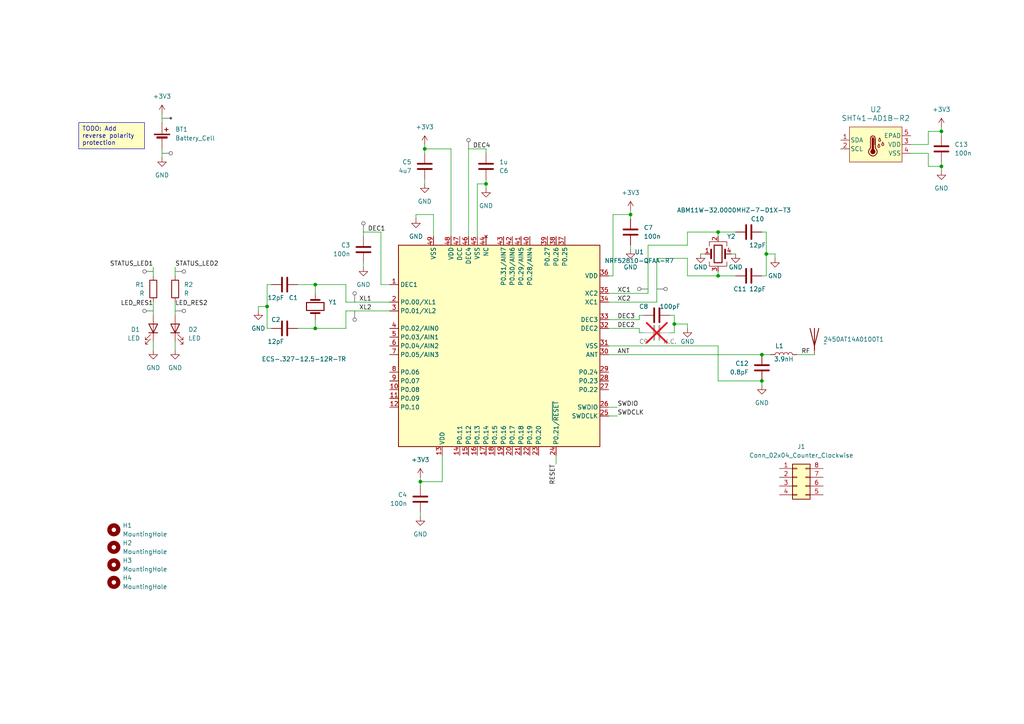
<source format=kicad_sch>
(kicad_sch (version 20230121) (generator eeschema)
  (paper "A4")
  (lib_symbols
    (symbol "Connector_Generic:Conn_02x04_Counter_Clockwise" (pin_names (offset 1.016) hide)
      (property "Reference" "J" (at 1.27 5.08 0))
      (property "Value" "Conn_02x04_Counter_Clockwise" (at 1.27 -7.62 0))
      (symbol "Conn_02x04_Counter_Clockwise_1_1"
        (rectangle (start -1.27 -4.953) (end 0 -5.207) (stroke (width 0.1524)))
        (rectangle (start -1.27 -2.413) (end 0 -2.667) (stroke (width 0.1524)))
        (rectangle (start -1.27 0.127) (end 0 -0.127) (stroke (width 0.1524)))
        (rectangle (start -1.27 2.667) (end 0 2.413) (stroke (width 0.1524)))
        (rectangle (start -1.27 3.81) (end 3.81 -6.35) (stroke (width 0.254)) (fill (type background)))
        (rectangle (start 3.81 -4.953) (end 2.54 -5.207) (stroke (width 0.1524)))
        (rectangle (start 3.81 -2.413) (end 2.54 -2.667) (stroke (width 0.1524)))
        (rectangle (start 3.81 0.127) (end 2.54 -0.127) (stroke (width 0.1524)))
        (rectangle (start 3.81 2.667) (end 2.54 2.413) (stroke (width 0.1524)))
        (pin passive line (at -5.08 2.54 0) (length 3.81) (name "Pin_1") (number "1"))
        (pin passive line (at -5.08 0 0) (length 3.81) (name "Pin_2") (number "2"))
        (pin passive line (at -5.08 -2.54 0) (length 3.81) (name "Pin_3") (number "3"))
        (pin passive line (at -5.08 -5.08 0) (length 3.81) (name "Pin_4") (number "4"))
        (pin passive line (at 7.62 -5.08 180) (length 3.81) (name "Pin_5") (number "5"))
        (pin passive line (at 7.62 -2.54 180) (length 3.81) (name "Pin_6") (number "6"))
        (pin passive line (at 7.62 0 180) (length 3.81) (name "Pin_7") (number "7"))
        (pin passive line (at 7.62 2.54 180) (length 3.81) (name "Pin_8") (number "8"))
      )
    )
    (symbol "Device:Antenna" (pin_numbers hide) (pin_names (offset 1.016) hide)
      (property "Reference" "AE" (at -1.905 1.905 0))
      (property "Value" "Antenna" (at -1.905 0 0))
      (symbol "Antenna_0_1"
        (polyline (pts (xy 0 2.54) (xy 0 -3.81)) (stroke (width 0.254)))
        (polyline (pts (xy 1.27 2.54) (xy 0 -2.54) (xy -1.27 2.54)) (stroke (width 0.254)))
      )
      (symbol "Antenna_1_1"
        (pin input line (at 0 -5.08 90) (length 2.54) (name "A") (number "1"))
      )
    )
    (symbol "Device:Battery_Cell" (pin_numbers hide) (pin_names (offset 0) hide)
      (property "Reference" "BT" (at 2.54 2.54 0))
      (property "Value" "Battery_Cell" (at 2.54 0 0))
      (symbol "Battery_Cell_0_1"
        (rectangle (start -2.286 1.778) (end 2.286 1.524) (fill (type outline)))
        (rectangle (start -1.524 1.016) (end 1.524 0.508) (fill (type outline)))
        (polyline (pts (xy 0 0.762) (xy 0 0)))
        (polyline (pts (xy 0 1.778) (xy 0 2.54)))
        (polyline (pts (xy 0.762 3.048) (xy 1.778 3.048)) (stroke (width 0.254)))
        (polyline (pts (xy 1.27 3.556) (xy 1.27 2.54)) (stroke (width 0.254)))
      )
      (symbol "Battery_Cell_1_1"
        (pin passive line (at 0 5.08 270) (length 2.54) (name "+") (number "1"))
        (pin passive line (at 0 -2.54 90) (length 2.54) (name "-") (number "2"))
      )
    )
    (symbol "Device:C" (pin_numbers hide) (pin_names (offset 0.254))
      (property "Reference" "C" (at 0.635 2.54 0))
      (property "Value" "C" (at 0.635 -2.54 0))
      (symbol "C_0_1"
        (polyline (pts (xy -2.032 -0.762) (xy 2.032 -0.762)) (stroke (width 0.508)))
        (polyline (pts (xy -2.032 0.762) (xy 2.032 0.762)) (stroke (width 0.508)))
      )
      (symbol "C_1_1"
        (pin passive line (at 0 3.81 270) (length 2.794) (name "~") (number "1"))
        (pin passive line (at 0 -3.81 90) (length 2.794) (name "~") (number "2"))
      )
    )
    (symbol "Device:Crystal" (pin_numbers hide) (pin_names (offset 1.016) hide)
      (property "Reference" "Y" (at 0 3.81 0))
      (property "Value" "Crystal" (at 0 -3.81 0))
      (symbol "Crystal_0_1"
        (rectangle (start -1.143 2.54) (end 1.143 -2.54) (stroke (width 0.3048)))
        (polyline (pts (xy -2.54 0) (xy -1.905 0)))
        (polyline (pts (xy -1.905 -1.27) (xy -1.905 1.27)) (stroke (width 0.508)))
        (polyline (pts (xy 1.905 -1.27) (xy 1.905 1.27)) (stroke (width 0.508)))
        (polyline (pts (xy 2.54 0) (xy 1.905 0)))
      )
      (symbol "Crystal_1_1"
        (pin passive line (at -3.81 0 0) (length 1.27) (name "1") (number "1"))
        (pin passive line (at 3.81 0 180) (length 1.27) (name "2") (number "2"))
      )
    )
    (symbol "Device:Crystal_GND23" (pin_names (offset 1.016) hide)
      (property "Reference" "Y" (at 3.175 5.08 0))
      (property "Value" "Crystal_GND23" (at 3.175 3.175 0))
      (symbol "Crystal_GND23_0_1"
        (rectangle (start -1.143 2.54) (end 1.143 -2.54) (stroke (width 0.3048)))
        (polyline (pts (xy -2.54 0) (xy -2.032 0)))
        (polyline (pts (xy -2.032 -1.27) (xy -2.032 1.27)) (stroke (width 0.508)))
        (polyline (pts (xy 0 -3.81) (xy 0 -3.556)))
        (polyline (pts (xy 0 3.556) (xy 0 3.81)))
        (polyline (pts (xy 2.032 -1.27) (xy 2.032 1.27)) (stroke (width 0.508)))
        (polyline (pts (xy 2.032 0) (xy 2.54 0)))
        (polyline (pts (xy -2.54 -2.286) (xy -2.54 -3.556) (xy 2.54 -3.556) (xy 2.54 -2.286)))
        (polyline (pts (xy -2.54 2.286) (xy -2.54 3.556) (xy 2.54 3.556) (xy 2.54 2.286)))
      )
      (symbol "Crystal_GND23_1_1"
        (pin passive line (at -3.81 0 0) (length 1.27) (name "1") (number "1"))
        (pin passive line (at 0 5.08 270) (length 1.27) (name "2") (number "2"))
        (pin passive line (at 0 -5.08 90) (length 1.27) (name "3") (number "3"))
        (pin passive line (at 3.81 0 180) (length 1.27) (name "4") (number "4"))
      )
    )
    (symbol "Device:L" (pin_numbers hide) (pin_names (offset 1.016) hide)
      (property "Reference" "L" (at -1.27 0 90))
      (property "Value" "L" (at 1.905 0 90))
      (symbol "L_0_1"
        (arc (start 0 -2.54) (mid 0.6323 -1.905) (end 0 -1.27))
        (arc (start 0 -1.27) (mid 0.6323 -0.635) (end 0 0))
        (arc (start 0 0) (mid 0.6323 0.635) (end 0 1.27))
        (arc (start 0 1.27) (mid 0.6323 1.905) (end 0 2.54))
      )
      (symbol "L_1_1"
        (pin passive line (at 0 3.81 270) (length 1.27) (name "1") (number "1"))
        (pin passive line (at 0 -3.81 90) (length 1.27) (name "2") (number "2"))
      )
    )
    (symbol "Device:LED" (pin_numbers hide) (pin_names (offset 1.016) hide)
      (property "Reference" "D" (at 0 2.54 0))
      (property "Value" "LED" (at 0 -2.54 0))
      (symbol "LED_0_1"
        (polyline (pts (xy -1.27 -1.27) (xy -1.27 1.27)) (stroke (width 0.254)))
        (polyline (pts (xy -1.27 0) (xy 1.27 0)))
        (polyline (pts (xy 1.27 -1.27) (xy 1.27 1.27) (xy -1.27 0) (xy 1.27 -1.27)) (stroke (width 0.254)))
        (polyline (pts (xy -3.048 -0.762) (xy -4.572 -2.286) (xy -3.81 -2.286) (xy -4.572 -2.286) (xy -4.572 -1.524)))
        (polyline (pts (xy -1.778 -0.762) (xy -3.302 -2.286) (xy -2.54 -2.286) (xy -3.302 -2.286) (xy -3.302 -1.524)))
      )
      (symbol "LED_1_1"
        (pin passive line (at -3.81 0 0) (length 2.54) (name "K") (number "1"))
        (pin passive line (at 3.81 0 180) (length 2.54) (name "A") (number "2"))
      )
    )
    (symbol "Device:R" (pin_numbers hide) (pin_names (offset 0))
      (property "Reference" "R" (at 2.032 0 90))
      (property "Value" "R" (at 0 0 90))
      (symbol "R_0_1"
        (rectangle (start -1.016 -2.54) (end 1.016 2.54) (stroke (width 0.254)))
      )
      (symbol "R_1_1"
        (pin passive line (at 0 3.81 270) (length 1.27) (name "~") (number "1"))
        (pin passive line (at 0 -3.81 90) (length 1.27) (name "~") (number "2"))
      )
    )
    (symbol "Mechanical:MountingHole" (pin_names (offset 1.016))
      (property "Reference" "H" (at 0 5.08 0))
      (property "Value" "MountingHole" (at 0 3.175 0))
      (symbol "MountingHole_0_1"
        (circle (center 0 0) (radius 1.27) (stroke (width 1.27)))
      )
    )
    (symbol "encyclopedia_galactica:NRF52810-QFAA-R7"
      (property "Reference" "U" (at 0 54.61 0))
      (property "Value" "NRF52810-QFAA-R7" (at 0 52.07 0))
      (symbol "NRF52810-QFAA-R7_0_1"
        (rectangle (start -29.21 29.21) (end 29.21 -29.21) (stroke (width 0.254)) (fill (type background)))
      )
      (symbol "NRF52810-QFAA-R7_1_1"
        (pin passive line (at -31.75 17.78 0) (length 2.54) (name "DEC1") (number "1"))
        (pin bidirectional line (at -31.75 -12.7 0) (length 2.54) (name "P0.08") (number "10"))
        (pin bidirectional line (at -31.75 -15.24 0) (length 2.54) (name "P0.09") (number "11"))
        (pin bidirectional line (at -31.75 -17.78 0) (length 2.54) (name "P0.10") (number "12"))
        (pin power_in line (at -16.51 -31.75 90) (length 2.54) (name "VDD") (number "13"))
        (pin bidirectional line (at -11.43 -31.75 90) (length 2.54) (name "P0.11") (number "14"))
        (pin bidirectional line (at -8.89 -31.75 90) (length 2.54) (name "P0.12") (number "15"))
        (pin bidirectional line (at -6.35 -31.75 90) (length 2.54) (name "P0.13") (number "16"))
        (pin bidirectional line (at -3.81 -31.75 90) (length 2.54) (name "P0.14") (number "17"))
        (pin bidirectional line (at -1.27 -31.75 90) (length 2.54) (name "P0.15") (number "18"))
        (pin bidirectional line (at 1.27 -31.75 90) (length 2.54) (name "P0.16") (number "19"))
        (pin bidirectional line (at -31.75 12.7 0) (length 2.54) (name "P0.00/XL1") (number "2"))
        (pin bidirectional line (at 3.81 -31.75 90) (length 2.54) (name "P0.17") (number "20"))
        (pin bidirectional line (at 6.35 -31.75 90) (length 2.54) (name "P0.18") (number "21"))
        (pin bidirectional line (at 8.89 -31.75 90) (length 2.54) (name "P0.19") (number "22"))
        (pin bidirectional line (at 11.43 -31.75 90) (length 2.54) (name "P0.20") (number "23"))
        (pin bidirectional line (at 16.51 -31.75 90) (length 2.54) (name "P0.21/~{RESET}") (number "24"))
        (pin input line (at 31.75 -20.32 180) (length 2.54) (name "SWDCLK") (number "25"))
        (pin bidirectional line (at 31.75 -17.78 180) (length 2.54) (name "SWDIO") (number "26"))
        (pin bidirectional line (at 31.75 -12.7 180) (length 2.54) (name "P0.22") (number "27"))
        (pin bidirectional line (at 31.75 -10.16 180) (length 2.54) (name "P0.23") (number "28"))
        (pin bidirectional line (at 31.75 -7.62 180) (length 2.54) (name "P0.24") (number "29"))
        (pin bidirectional line (at -31.75 10.16 0) (length 2.54) (name "P0.01/XL2") (number "3"))
        (pin passive line (at 31.75 -2.54 180) (length 2.54) (name "ANT") (number "30"))
        (pin power_in line (at 31.75 0 180) (length 2.54) (name "VSS") (number "31"))
        (pin passive line (at 31.75 5.08 180) (length 2.54) (name "DEC2") (number "32"))
        (pin passive line (at 31.75 7.62 180) (length 2.54) (name "DEC3") (number "33"))
        (pin input line (at 31.75 12.7 180) (length 2.54) (name "XC1") (number "34"))
        (pin input line (at 31.75 15.24 180) (length 2.54) (name "XC2") (number "35"))
        (pin passive line (at 31.75 20.32 180) (length 2.54) (name "VDD") (number "36"))
        (pin bidirectional line (at 19.05 31.75 270) (length 2.54) (name "P0.25") (number "37"))
        (pin bidirectional line (at 16.51 31.75 270) (length 2.54) (name "P0.26") (number "38"))
        (pin bidirectional line (at 13.97 31.75 270) (length 2.54) (name "P0.27") (number "39"))
        (pin bidirectional line (at -31.75 5.08 0) (length 2.54) (name "P0.02/AIN0") (number "4"))
        (pin bidirectional line (at 8.89 31.75 270) (length 2.54) (name "P0.28/AIN4") (number "40"))
        (pin bidirectional line (at 6.35 31.75 270) (length 2.54) (name "P0.29/AIN5") (number "41"))
        (pin bidirectional line (at 3.81 31.75 270) (length 2.54) (name "P0.30/AIN6") (number "42"))
        (pin bidirectional line (at 1.27 31.75 270) (length 2.54) (name "P0.31/AIN7") (number "43"))
        (pin no_connect line (at -3.81 31.75 270) (length 2.54) (name "NC") (number "44"))
        (pin passive line (at -6.35 31.75 270) (length 2.54) (name "VSS") (number "45"))
        (pin passive line (at -8.89 31.75 270) (length 2.54) (name "DEC4") (number "46"))
        (pin power_out line (at -11.43 31.75 270) (length 2.54) (name "DCC") (number "47"))
        (pin passive line (at -13.97 31.75 270) (length 2.54) (name "VDD") (number "48"))
        (pin passive line (at -19.05 31.75 270) (length 2.54) (name "VSS") (number "49"))
        (pin bidirectional line (at -31.75 2.54 0) (length 2.54) (name "P0.03/AIN1") (number "5"))
        (pin bidirectional line (at -31.75 0 0) (length 2.54) (name "P0.04/AIN2") (number "6"))
        (pin bidirectional line (at -31.75 -2.54 0) (length 2.54) (name "P0.05/AIN3") (number "7"))
        (pin bidirectional line (at -31.75 -7.62 0) (length 2.54) (name "P0.06") (number "8"))
        (pin bidirectional line (at -31.75 -10.16 0) (length 2.54) (name "P0.07") (number "9"))
      )
    )
    (symbol "encyclopedia_galactica:SHT41-AD1B-R2" (pin_names (offset 0.254))
      (property "Reference" "U" (at 0 13.97 0))
      (property "Value" "SHT41-AD1B-R2" (at 0 11.43 0))
      (symbol "SHT41-AD1B-R2_0_0"
        (polyline (pts (xy -0.7782 -2.7679) (xy -0.7538 -2.7614) (xy -0.6273 -2.7452) (xy -0.5713 -2.733) (xy -0.4386 -2.65) (xy -0.3005 -2.5149) (xy -0.1862 -2.3589) (xy -0.1253 -2.2133) (xy -0.1122 -1.9777) (xy -0.1841 -1.7536) (xy -0.3553 -1.5359) (xy -0.5465 -1.3446) (xy -0.5465 0.2882) (xy -0.5465 1.9209) (xy -0.6855 2.012) (xy -0.7691 2.0613) (xy -0.8546 2.0708) (xy -0.9634 2.012) (xy -1.1023 1.9209) (xy -1.1023 0.2767) (xy -1.1023 -1.3675) (xy -1.2424 -1.4777) (xy -1.2888 -1.5171) (xy -1.4497 -1.7284) (xy -1.5229 -1.9679) (xy -1.5126 -2.2124) (xy -1.4228 -2.4384) (xy -1.2576 -2.6226) (xy -1.0211 -2.7416) (xy -0.8813 -2.7694) (xy -0.7782 -2.7679)) (stroke (width 0.01)) (fill (type outline)))
        (polyline (pts (xy 2.1727 -0.3391) (xy 2.3119 -0.2679) (xy 2.3683 -0.175) (xy 2.3992 -0.0278) (xy 2.3871 0.0546) (xy 2.337 0.2108) (xy 2.2619 0.3868) (xy 2.177 0.5511) (xy 2.0973 0.6727) (xy 2.0379 0.7202) (xy 1.9994 0.6955) (xy 1.9245 0.5928) (xy 1.8393 0.4391) (xy 1.7593 0.2658) (xy 1.6999 0.1045) (xy 1.6767 -0.0135) (xy 1.6805 -0.0349) (xy 1.7878 -0.0349) (xy 1.7977 0.0177) (xy 1.8421 0.1542) (xy 1.9103 0.3256) (xy 2.0328 0.6103) (xy 2.1597 0.3359) (xy 2.2226 0.1922) (xy 2.2764 0.0231) (xy 2.275 -0.0919) (xy 2.2213 -0.1774) (xy 2.1655 -0.214) (xy 2.0379 -0.2441) (xy 1.9584 -0.2324) (xy 1.8367 -0.1559) (xy 1.7878 -0.0349) (xy 1.6805 -0.0349) (xy 1.6952 -0.1171) (xy 1.7686 -0.2536) (xy 1.8305 -0.3015) (xy 1.9945 -0.3498) (xy 2.1727 -0.3391)) (stroke (width 0.01)) (fill (type outline)))
        (polyline (pts (xy 1.2779 0.8852) (xy 1.3876 0.9342) (xy 1.439 1.0346) (xy 1.4494 1.2197) (xy 1.4056 1.4476) (xy 1.3104 1.6903) (xy 1.2438 1.815) (xy 1.1682 1.9333) (xy 1.1209 1.9791) (xy 1.087 1.9506) (xy 1.016 1.8457) (xy 0.9313 1.6903) (xy 0.8493 1.4902) (xy 0.7962 1.2577) (xy 0.7964 1.2083) (xy 0.8985 1.2083) (xy 0.907 1.2863) (xy 0.947 1.4367) (xy 1.0063 1.5899) (xy 1.0699 1.7089) (xy 1.1227 1.7568) (xy 1.1687 1.7194) (xy 1.2295 1.6057) (xy 1.286 1.4514) (xy 1.3252 1.2933) (xy 1.3338 1.1679) (xy 1.3235 1.1054) (xy 1.2709 1.0212) (xy 1.1467 0.9899) (xy 1.1356 0.9889) (xy 0.987 0.994) (xy 0.9164 1.0597) (xy 0.8985 1.2083) (xy 0.7964 1.2083) (xy 0.7968 1.063) (xy 0.8541 0.9342) (xy 0.9555 0.8871) (xy 1.116 0.8695) (xy 1.2779 0.8852)) (stroke (width 0.01)) (fill (type outline)))
        (polyline (pts (xy 1.1245 -0.8535) (xy 1.1312 -0.8498) (xy 1.2085 -0.7577) (xy 1.2315 -0.5895) (xy 1.2238 -0.507) (xy 1.1823 -0.3342) (xy 1.116 -0.1464) (xy 1.038 0.0259) (xy 0.9612 0.1517) (xy 0.8985 0.2005) (xy 0.864 0.1827) (xy 0.7914 0.0847) (xy 0.7123 -0.0722) (xy 0.6397 -0.2572) (xy 0.5864 -0.4397) (xy 0.5682 -0.5702) (xy 0.6762 -0.5702) (xy 0.6847 -0.4923) (xy 0.7246 -0.3419) (xy 0.784 -0.1887) (xy 0.8476 -0.0697) (xy 0.9004 -0.0218) (xy 0.9464 -0.0591) (xy 1.0072 -0.1728) (xy 1.0637 -0.3271) (xy 1.1029 -0.4853) (xy 1.1115 -0.6106) (xy 1.1012 -0.6731) (xy 1.0485 -0.7574) (xy 0.9243 -0.7887) (xy 0.9133 -0.7897) (xy 0.7647 -0.7846) (xy 0.6941 -0.7188) (xy 0.6762 -0.5702) (xy 0.5682 -0.5702) (xy 0.5656 -0.5887) (xy 0.5845 -0.7427) (xy 0.6623 -0.851) (xy 0.7257 -0.88) (xy 0.9286 -0.906) (xy 1.1245 -0.8535)) (stroke (width 0.01)) (fill (type outline)))
        (polyline (pts (xy -0.5545 -3.3797) (xy -0.2175 -3.2426) (xy 0.0945 -2.9972) (xy 0.1243 -2.9669) (xy 0.3463 -2.6832) (xy 0.4707 -2.3844) (xy 0.5089 -2.044) (xy 0.476 -1.8294) (xy 0.3828 -1.5698) (xy 0.2505 -1.3237) (xy 0.1 -1.1376) (xy -0.0463 -1.0029) (xy -0.0464 0.4742) (xy -0.0467 0.7893) (xy -0.0488 1.1761) (xy -0.0534 1.4752) (xy -0.0614 1.7005) (xy -0.0736 1.8661) (xy -0.0909 1.986) (xy -0.1139 2.0742) (xy -0.1437 2.1447) (xy -0.2598 2.3183) (xy -0.4689 2.4887) (xy -0.7142 2.5745) (xy -0.9722 2.5687) (xy -1.2192 2.4643) (xy -1.2384 2.4513) (xy -1.3421 2.3751) (xy -1.424 2.294) (xy -1.4867 2.1948) (xy -1.5327 2.0641) (xy -1.5646 1.8887) (xy -1.585 1.6553) (xy -1.5964 1.3506) (xy -1.6014 0.9613) (xy -1.6025 0.4742) (xy -1.6026 -1.0029) (xy -1.7489 -1.1376) (xy -1.8907 -1.3105) (xy -2.0247 -1.5544) (xy -2.1208 -1.8145) (xy -2.1578 -2.044) (xy -2.1575 -2.0827) (xy -2.138 -2.2218) (xy -1.9808 -2.2218) (xy -1.9707 -1.897) (xy -1.8626 -1.5804) (xy -1.6554 -1.2905) (xy -1.4358 -1.0597) (xy -1.4358 0.4346) (xy -1.4358 0.4797) (xy -1.4346 0.9365) (xy -1.4309 1.2963) (xy -1.424 1.572) (xy -1.4133 1.7764) (xy -1.398 1.9226) (xy -1.3777 2.0235) (xy -1.3515 2.0921) (xy -1.3513 2.0925) (xy -1.216 2.2564) (xy -1.0244 2.3768) (xy -0.8244 2.4237) (xy -0.7891 2.4224) (xy -0.5709 2.3561) (xy -0.3871 2.2073) (xy -0.2603 2.0002) (xy -0.2131 1.7595) (xy -0.2144 1.7118) (xy -0.2434 1.6157) (xy -0.3242 1.59) (xy -0.389 1.5745) (xy -0.4354 1.5066) (xy -0.4147 1.458) (xy -0.3242 1.4233) (xy -0.2391 1.3933) (xy -0.2131 1.2843) (xy -0.237 1.1779) (xy -0.3242 1.1454) (xy -0.389 1.1299) (xy -0.4354 1.062) (xy -0.4147 1.0134) (xy -0.3242 0.9786) (xy -0.2391 0.9486) (xy -0.2131 0.8397) (xy -0.237 0.7333) (xy -0.3242 0.7007) (xy -0.389 0.6853) (xy -0.4354 0.6174) (xy -0.4147 0.5687) (xy -0.3242 0.534) (xy -0.2391 0.504) (xy -0.2131 0.395) (xy -0.237 0.2887) (xy -0.3242 0.2561) (xy -0.389 0.2406) (xy -0.4354 0.1727) (xy -0.4147 0.1241) (xy -0.3242 0.0894) (xy -0.3128 0.0892) (xy -0.2667 0.0778) (xy -0.2375 0.0345) (xy -0.2213 -0.0606) (xy -0.2145 -0.2272) (xy -0.2131 -0.4852) (xy -0.2131 -1.0597) (xy 0.0065 -1.2905) (xy 0.1132 -1.418) (xy 0.2758 -1.7239) (xy 0.3386 -2.0486) (xy 0.3025 -2.3736) (xy 0.168 -2.6806) (xy -0.0639 -2.9511) (xy -0.1168 -2.9941) (xy -0.3007 -3.1115) (xy -0.4755 -3.1865) (xy -0.586 -3.2131) (xy -0.9384 -3.2355) (xy -1.2628 -3.1514) (xy -1.568 -2.9592) (xy -1.7106 -2.8208) (xy -1.8938 -2.5359) (xy -1.9808 -2.2218) (xy -2.138 -2.2218) (xy -2.1106 -2.4174) (xy -1.9764 -2.7137) (xy -1.7434 -2.9978) (xy -1.5826 -3.142) (xy -1.4085 -3.2682) (xy -1.2691 -3.3395) (xy -0.9161 -3.4084) (xy -0.5545 -3.3797)) (stroke (width 0.01)) (fill (type outline)))
      )
      (symbol "SHT41-AD1B-R2_1_1"
        (rectangle (start -7.62 5.08) (end 7.62 -5.08) (fill (type background)))
        (pin bidirectional line (at -10.16 1.27 0) (length 2.54) (name "SDA") (number "1"))
        (pin input line (at -10.16 -1.27 0) (length 2.54) (name "SCL") (number "2"))
        (pin power_in line (at 10.16 0 180) (length 2.54) (name "VDD") (number "3"))
        (pin power_out line (at 10.16 -2.54 180) (length 2.54) (name "VSS") (number "4"))
        (pin unspecified line (at 10.16 2.54 180) (length 2.54) (name "EPAD") (number "5"))
      )
    )
    (symbol "power:+3V3" (power) (pin_names (offset 0))
      (property "Value" "+3V3" (at 0 3.556 0))
      (symbol "+3V3_0_1"
        (polyline (pts (xy -0.762 1.27) (xy 0 2.54)))
        (polyline (pts (xy 0 0) (xy 0 2.54)))
        (polyline (pts (xy 0 2.54) (xy 0.762 1.27)))
      )
      (symbol "+3V3_1_1"
        (pin power_in line (at 0 0 90) (length 0) hide (name "+3V3") (number "1"))
      )
    )
    (symbol "power:GND" (power) (pin_names (offset 0))
      (property "Value" "GND" (at 0 -3.81 0))
      (symbol "GND_0_1"
        (polyline (pts (xy 0 0) (xy 0 -1.27) (xy 1.27 -1.27) (xy 0 -2.54) (xy -1.27 -1.27) (xy 0 -1.27)))
      )
      (symbol "GND_1_1"
        (pin power_in line (at 0 0 270) (length 0) hide (name "GND") (number "1"))
      )
    )
  )
  (junction (at 208.28 67.31))
  (junction (at 220.98 110.49))
  (junction (at 140.97 53.34))
  (junction (at 220.98 102.87))
  (junction (at 91.44 95.25))
  (junction (at 273.05 48.26))
  (junction (at 121.92 139.7))
  (junction (at 182.88 62.23))
  (junction (at 208.28 80.01))
  (junction (at 77.47 88.9))
  (junction (at 195.58 93.98))
  (junction (at 91.44 82.55))
  (junction (at 273.05 38.1))
  (junction (at 222.25 73.66))
  (junction (at 123.19 43.18))
  (wire (pts (xy 105.41 76.2) (xy 105.41 77.47)))
  (wire (pts (xy 77.47 95.25) (xy 77.47 88.9)))
  (wire (pts (xy 140.97 52.07) (xy 140.97 53.34)))
  (wire (pts (xy 208.28 80.01) (xy 208.28 78.74)))
  (wire (pts (xy 177.8 80.01) (xy 176.53 80.01)))
  (wire (pts (xy 187.96 71.12) (xy 187.96 85.09)))
  (wire (pts (xy 123.19 52.07) (xy 123.19 53.34)))
  (wire (pts (xy 199.39 93.98) (xy 195.58 93.98)))
  (wire (pts (xy 190.5 74.93) (xy 199.39 74.93)))
  (wire (pts (xy 273.05 36.83) (xy 273.05 38.1)))
  (wire (pts (xy 91.44 82.55) (xy 91.44 85.09)))
  (wire (pts (xy 100.33 82.55) (xy 100.33 87.63)))
  (wire (pts (xy 231.14 102.87) (xy 236.22 102.87)))
  (wire (pts (xy 46.99 43.18) (xy 46.99 45.72)))
  (wire (pts (xy 269.24 38.1) (xy 273.05 38.1)))
  (wire (pts (xy 222.25 80.01) (xy 222.25 73.66)))
  (wire (pts (xy 100.33 90.17) (xy 113.03 90.17)))
  (wire (pts (xy 186.69 96.52) (xy 185.42 96.52)))
  (wire (pts (xy 44.45 77.47) (xy 44.45 80.01)))
  (wire (pts (xy 78.74 95.25) (xy 77.47 95.25)))
  (wire (pts (xy 121.92 148.59) (xy 121.92 149.86)))
  (wire (pts (xy 105.41 68.58) (xy 105.41 67.31)))
  (wire (pts (xy 46.99 33.02) (xy 46.99 35.56)))
  (wire (pts (xy 128.27 139.7) (xy 121.92 139.7)))
  (wire (pts (xy 110.49 82.55) (xy 110.49 67.31)))
  (wire (pts (xy 110.49 67.31) (xy 105.41 67.31)))
  (wire (pts (xy 199.39 95.25) (xy 199.39 93.98)))
  (wire (pts (xy 220.98 102.87) (xy 223.52 102.87)))
  (wire (pts (xy 195.58 93.98) (xy 195.58 96.52)))
  (wire (pts (xy 269.24 41.91) (xy 269.24 38.1)))
  (wire (pts (xy 182.88 60.96) (xy 182.88 62.23)))
  (wire (pts (xy 273.05 38.1) (xy 273.05 39.37)))
  (wire (pts (xy 208.28 67.31) (xy 199.39 67.31)))
  (wire (pts (xy 204.47 73.66) (xy 203.2 73.66)))
  (wire (pts (xy 135.89 43.18) (xy 135.89 68.58)))
  (wire (pts (xy 186.69 91.44) (xy 185.42 91.44)))
  (wire (pts (xy 121.92 139.7) (xy 121.92 140.97)))
  (wire (pts (xy 130.81 43.18) (xy 123.19 43.18)))
  (wire (pts (xy 194.31 91.44) (xy 195.58 91.44)))
  (wire (pts (xy 121.92 138.43) (xy 121.92 139.7)))
  (wire (pts (xy 176.53 100.33) (xy 208.28 100.33)))
  (wire (pts (xy 74.93 90.17) (xy 74.93 88.9)))
  (wire (pts (xy 176.53 102.87) (xy 220.98 102.87)))
  (wire (pts (xy 86.36 82.55) (xy 91.44 82.55)))
  (wire (pts (xy 123.19 41.91) (xy 123.19 43.18)))
  (wire (pts (xy 130.81 68.58) (xy 130.81 43.18)))
  (wire (pts (xy 190.5 74.93) (xy 190.5 87.63)))
  (wire (pts (xy 208.28 67.31) (xy 208.28 68.58)))
  (wire (pts (xy 222.25 67.31) (xy 220.98 67.31)))
  (wire (pts (xy 199.39 80.01) (xy 208.28 80.01)))
  (wire (pts (xy 50.8 99.06) (xy 50.8 101.6)))
  (wire (pts (xy 161.29 132.08) (xy 161.29 134.62)))
  (wire (pts (xy 208.28 100.33) (xy 208.28 110.49)))
  (wire (pts (xy 213.36 73.66) (xy 212.09 73.66)))
  (wire (pts (xy 182.88 62.23) (xy 182.88 63.5)))
  (wire (pts (xy 208.28 110.49) (xy 220.98 110.49)))
  (wire (pts (xy 91.44 95.25) (xy 100.33 95.25)))
  (wire (pts (xy 176.53 95.25) (xy 185.42 95.25)))
  (wire (pts (xy 182.88 71.12) (xy 182.88 72.39)))
  (wire (pts (xy 273.05 48.26) (xy 273.05 49.53)))
  (wire (pts (xy 123.19 43.18) (xy 123.19 44.45)))
  (wire (pts (xy 224.79 74.93) (xy 224.79 73.66)))
  (wire (pts (xy 44.45 99.06) (xy 44.45 101.6)))
  (wire (pts (xy 125.73 62.23) (xy 120.65 62.23)))
  (wire (pts (xy 44.45 87.63) (xy 44.45 91.44)))
  (wire (pts (xy 91.44 82.55) (xy 100.33 82.55)))
  (wire (pts (xy 176.53 92.71) (xy 185.42 92.71)))
  (wire (pts (xy 177.8 62.23) (xy 182.88 62.23)))
  (wire (pts (xy 140.97 43.18) (xy 140.97 44.45)))
  (wire (pts (xy 194.31 96.52) (xy 195.58 96.52)))
  (wire (pts (xy 220.98 80.01) (xy 222.25 80.01)))
  (wire (pts (xy 100.33 95.25) (xy 100.33 90.17)))
  (wire (pts (xy 140.97 53.34) (xy 140.97 54.61)))
  (wire (pts (xy 176.53 120.65) (xy 179.07 120.65)))
  (wire (pts (xy 77.47 88.9) (xy 77.47 82.55)))
  (wire (pts (xy 135.89 43.18) (xy 140.97 43.18)))
  (wire (pts (xy 50.8 87.63) (xy 50.8 91.44)))
  (wire (pts (xy 273.05 46.99) (xy 273.05 48.26)))
  (wire (pts (xy 190.5 87.63) (xy 176.53 87.63)))
  (wire (pts (xy 185.42 95.25) (xy 185.42 96.52)))
  (wire (pts (xy 199.39 67.31) (xy 199.39 71.12)))
  (wire (pts (xy 220.98 110.49) (xy 220.98 111.76)))
  (wire (pts (xy 264.16 41.91) (xy 269.24 41.91)))
  (wire (pts (xy 222.25 73.66) (xy 222.25 67.31)))
  (wire (pts (xy 138.43 53.34) (xy 140.97 53.34)))
  (wire (pts (xy 224.79 73.66) (xy 222.25 73.66)))
  (wire (pts (xy 269.24 44.45) (xy 269.24 48.26)))
  (wire (pts (xy 120.65 62.23) (xy 120.65 63.5)))
  (wire (pts (xy 125.73 68.58) (xy 125.73 62.23)))
  (wire (pts (xy 113.03 82.55) (xy 110.49 82.55)))
  (wire (pts (xy 50.8 77.47) (xy 50.8 80.01)))
  (wire (pts (xy 199.39 80.01) (xy 199.39 74.93)))
  (wire (pts (xy 213.36 67.31) (xy 208.28 67.31)))
  (wire (pts (xy 264.16 44.45) (xy 269.24 44.45)))
  (wire (pts (xy 195.58 91.44) (xy 195.58 93.98)))
  (wire (pts (xy 91.44 92.71) (xy 91.44 95.25)))
  (wire (pts (xy 86.36 95.25) (xy 91.44 95.25)))
  (wire (pts (xy 269.24 48.26) (xy 273.05 48.26)))
  (wire (pts (xy 128.27 132.08) (xy 128.27 139.7)))
  (wire (pts (xy 177.8 62.23) (xy 177.8 80.01)))
  (wire (pts (xy 138.43 53.34) (xy 138.43 68.58)))
  (wire (pts (xy 176.53 118.11) (xy 179.07 118.11)))
  (wire (pts (xy 100.33 87.63) (xy 113.03 87.63)))
  (wire (pts (xy 187.96 71.12) (xy 199.39 71.12)))
  (wire (pts (xy 74.93 88.9) (xy 77.47 88.9)))
  (wire (pts (xy 213.36 80.01) (xy 208.28 80.01)))
  (wire (pts (xy 176.53 85.09) (xy 187.96 85.09)))
  (wire (pts (xy 77.47 82.55) (xy 78.74 82.55)))
  (wire (pts (xy 185.42 91.44) (xy 185.42 92.71)))
  (text_box "TODO: Add reverse polarity protection" (at 22.86 35.56 0) (size 19.05 7.62) (fill (type color) (color 255 255 194 1)) (effects (font (size 1.27 1.27)) (justify left top)))
  (label "ANT" (at 179.07 102.87 0))
  (label "SWDIO" (at 179.07 118.11 0))
  (label "XC1" (at 179.07 85.09 0))
  (label "STATUS_LED1" (at 44.45 77.47 180))
  (label "DEC3" (at 179.07 92.71 0))
  (label "RF" (at 232.41 102.87 0))
  (label "XL2" (at 104.14 90.17 0))
  (label "DEC2" (at 179.07 95.25 0))
  (label "LED_RES1" (at 44.45 88.9 180))
  (label "DEC1" (at 106.68 67.31 0))
  (label "STATUS_LED2" (at 50.8 77.47 0))
  (label "SWDCLK" (at 179.07 120.65 0))
  (label "DEC4" (at 137.16 43.18 0))
  (label "XL1" (at 104.14 87.63 0))
  (label "XC2" (at 179.07 87.63 0))
  (label "LED_RES2" (at 50.8 88.9 0))
  (label "RESET" (at 161.29 134.62 270))
  (netclass_flag "" (length 2.54) (shape round) (at 105.41 67.31 0) (property "Netclass" "Signal" (effects hide)))
  (netclass_flag "" (length 2.54) (shape round) (at 44.45 78.74 90) (property "Netclass" "Signal" (effects hide)))
  (netclass_flag "" (length 2.54) (shape round) (at 190.5 83.82 270) (property "Netclass" "Signal" (effects hide)))
  (netclass_flag "" (length 2.54) (shape round) (at 102.87 90.17 180) (property "Netclass" "Signal" (effects hide)))
  (netclass_flag "" (length 2.54) (shape round) (at 50.8 78.74 270) (property "Netclass" "Signal" (effects hide)))
  (netclass_flag "" (length 2.54) (shape round) (at 102.87 87.63 0) (property "Netclass" "Signal" (effects hide)))
  (netclass_flag "" (length 2.54) (shape dot) (at 46.99 34.29 270) (property "Netclass" "Power" (effects hide)))
  (netclass_flag "" (length 2.54) (shape round) (at 135.89 43.18 0) (property "Netclass" "Signal" (effects hide)))
  (netclass_flag "" (length 2.54) (shape round) (at 46.99 44.45 270) (property "Netclass" "Signal" (effects hide)))
  (netclass_flag "" (length 2.54) (shape round) (at 44.45 90.17 90) (property "Netclass" "Signal" (effects hide)))
  (netclass_flag "" (length 2.54) (shape round) (at 50.8 90.17 270) (property "Netclass" "Signal" (effects hide)))
  (netclass_flag "" (length 2.54) (shape round) (at 187.96 83.82 90) (property "Netclass" "Signal" (effects hide)))
  (symbol (lib_id "power:GND") (at 203.2 73.66 0) (mirror y) (unit 1)
    (property "Reference" "#PWR016" (effects hide))
    (property "Value" "GND" (at 203.2 77.47 0))
  )
  (symbol (lib_id "Device:LED") (at 44.45 95.25 270) (mirror x) (unit 1)
    (property "Reference" "D1" (at 40.64 95.5675 90) (effects (justify right)))
    (property "Value" "LED" (at 40.64 98.1075 90) (effects (justify right)))
    (property "Footprint" "Resistor_SMD:R_0603_1608Metric" (effects hide))
  )
  (symbol (lib_id "power:+3V3") (at 273.05 36.83 0) (unit 1)
    (property "Reference" "#PWR020" (effects hide))
    (property "Value" "+3V3" (at 273.05 31.75 0))
  )
  (symbol (lib_id "Device:C") (at 82.55 95.25 270) (unit 1)
    (property "Reference" "C2" (at 80.01 92.71 90))
    (property "Value" "12pF" (at 80.01 99.06 90))
    (property "Footprint" "Capacitor_SMD:C_0603_1608Metric" (effects hide))
  )
  (symbol (lib_id "power:GND") (at 213.36 73.66 0) (mirror y) (unit 1)
    (property "Reference" "#PWR017" (effects hide))
    (property "Value" "GND" (at 213.36 77.47 0))
  )
  (symbol (lib_id "Device:C") (at 182.88 67.31 180) (unit 1)
    (property "Reference" "C7" (at 186.69 66.04 0) (effects (justify right)))
    (property "Value" "100n" (at 186.69 68.58 0) (effects (justify right)))
    (property "Footprint" "Capacitor_SMD:C_0603_1608Metric" (effects hide))
  )
  (symbol (lib_id "power:+3V3") (at 121.92 138.43 0) (unit 1)
    (property "Reference" "#PWR08" (effects hide))
    (property "Value" "+3V3" (at 121.92 133.35 0))
  )
  (symbol (lib_id "Device:C") (at 190.5 91.44 90) (unit 1)
    (property "Reference" "C8" (at 186.69 88.9 90))
    (property "Value" "100pF" (at 194.31 88.9 90))
    (property "Footprint" "Capacitor_SMD:C_0603_1608Metric" (effects hide))
  )
  (symbol (lib_id "power:GND") (at 220.98 111.76 0) (mirror y) (unit 1)
    (property "Reference" "#PWR018" (effects hide))
    (property "Value" "GND" (at 220.98 116.84 0))
  )
  (symbol (lib_id "power:GND") (at 50.8 101.6 0) (unit 1)
    (property "Reference" "#PWR04" (effects hide))
    (property "Value" "GND" (at 50.8 106.68 0))
  )
  (symbol (lib_id "power:GND") (at 273.05 49.53 0) (unit 1)
    (property "Reference" "#PWR021" (effects hide))
    (property "Value" "GND" (at 273.05 54.61 0))
  )
  (symbol (lib_id "power:GND") (at 105.41 77.47 0) (unit 1)
    (property "Reference" "#PWR06" (effects hide))
    (property "Value" "GND" (at 105.41 82.55 0))
  )
  (symbol (lib_id "Mechanical:MountingHole") (at 33.02 168.91 0) (unit 1)
    (property "Reference" "H4" (at 35.56 167.64 0) (effects (justify left)))
    (property "Value" "MountingHole" (at 35.56 170.18 0) (effects (justify left)))
    (property "Footprint" "MountingHole:MountingHole_2.2mm_M2" (effects hide))
  )
  (symbol (lib_id "power:GND") (at 123.19 53.34 0) (unit 1)
    (property "Reference" "#PWR011" (effects hide))
    (property "Value" "GND" (at 123.19 58.42 0))
  )
  (symbol (lib_id "power:+3V3") (at 182.88 60.96 0) (mirror y) (unit 1)
    (property "Reference" "#PWR013" (effects hide))
    (property "Value" "+3V3" (at 182.88 55.88 0))
  )
  (symbol (lib_id "Device:Crystal") (at 91.44 88.9 90) (unit 1)
    (property "Reference" "Y1" (at 95.25 87.63 90) (effects (justify right)))
    (property "Value" " ECS-.327-12.5-12R-TR " (at 74.93 104.14 90) (effects (justify right)))
    (property "Footprint" "encyclopedia_galactica:ECS-.327-12.5-12R-TR" (effects hide))
  )
  (symbol (lib_id "power:GND") (at 46.99 45.72 0) (unit 1)
    (property "Reference" "#PWR03" (effects hide))
    (property "Value" "GND" (at 46.99 50.8 0))
  )
  (symbol (lib_id "Device:C") (at 123.19 48.26 0) (mirror x) (unit 1)
    (property "Reference" "C5" (at 119.38 46.99 0) (effects (justify right)))
    (property "Value" "4u7" (at 119.38 49.53 0) (effects (justify right)))
    (property "Footprint" "Capacitor_SMD:C_0603_1608Metric" (effects hide))
  )
  (symbol (lib_id "Device:C") (at 82.55 82.55 270) (mirror x) (unit 1)
    (property "Reference" "C1" (at 85.09 86.36 90))
    (property "Value" "12pF" (at 80.01 86.36 90))
    (property "Footprint" "Capacitor_SMD:C_0603_1608Metric" (effects hide))
  )
  (symbol (lib_id "Device:C") (at 217.17 67.31 90) (unit 1)
    (property "Reference" "C10" (at 219.71 63.5 90))
    (property "Value" "12pF" (at 219.71 71.12 90))
    (property "Footprint" "Capacitor_SMD:C_0603_1608Metric" (effects hide))
  )
  (symbol (lib_id "encyclopedia_galactica:NRF52810-QFAA-R7") (at 144.78 100.33 0) (unit 1)
    (property "Reference" "U1" (at 185.42 73.0819 0))
    (property "Value" "NRF52810-QFAA-R7" (at 185.42 75.6219 0))
    (property "Footprint" "Package_DFN_QFN:QFN-48-1EP_6x6mm_P0.4mm_EP4.6x4.6mm" (effects hide))
    (property "Datasheet" "https://infocenter.nordicsemi.com/pdf/nRF52810_PS_v1.4.pdf" (effects hide))
  )
  (symbol (lib_id "power:GND") (at 121.92 149.86 0) (unit 1)
    (property "Reference" "#PWR09" (effects hide))
    (property "Value" "GND" (at 121.92 154.94 0))
  )
  (symbol (lib_id "power:GND") (at 140.97 54.61 0) (unit 1)
    (property "Reference" "#PWR012" (effects hide))
    (property "Value" "GND" (at 140.97 59.69 0))
  )
  (symbol (lib_id "power:+3V3") (at 46.99 33.02 0) (unit 1)
    (property "Reference" "#PWR02" (effects hide))
    (property "Value" "+3V3" (at 46.99 27.94 0))
  )
  (symbol (lib_id "encyclopedia_galactica:SHT41-AD1B-R2") (at 254 41.91 0) (unit 1)
    (property "Reference" "U2" (at 254 31.75 0) (effects (font (size 1.524 1.524))))
    (property "Value" "SHT41-AD1B-R2" (at 254 34.29 0) (effects (font (size 1.524 1.524))))
    (property "Footprint" "encyclopedia_galactica:DFN4_SHT41_SEN" (effects hide))
    (property "Datasheet" "https://sensirion.com/media/documents/33FD6951/63E1087C/Datasheet_SHT4x_1.pdf" (effects hide))
  )
  (symbol (lib_id "Device:C") (at 273.05 43.18 0) (unit 1)
    (property "Reference" "C13" (at 276.86 41.91 0) (effects (justify left)))
    (property "Value" "100n" (at 276.86 44.45 0) (effects (justify left)))
    (property "Footprint" "Capacitor_SMD:C_0603_1608Metric" (effects hide))
  )
  (symbol (lib_id "Mechanical:MountingHole") (at 33.02 163.83 0) (unit 1)
    (property "Reference" "H3" (at 35.56 162.56 0) (effects (justify left)))
    (property "Value" "MountingHole" (at 35.56 165.1 0) (effects (justify left)))
    (property "Footprint" "MountingHole:MountingHole_2.2mm_M2" (effects hide))
  )
  (symbol (lib_id "Device:C") (at 105.41 72.39 0) (mirror x) (unit 1)
    (property "Reference" "C3" (at 101.6 71.12 0) (effects (justify right)))
    (property "Value" "100n" (at 101.6 73.66 0) (effects (justify right)))
    (property "Footprint" "Capacitor_SMD:C_0603_1608Metric" (effects hide))
  )
  (symbol (lib_id "Mechanical:MountingHole") (at 33.02 153.67 0) (unit 1)
    (property "Reference" "H1" (at 35.56 152.4 0) (effects (justify left)))
    (property "Value" "MountingHole" (at 35.56 154.94 0) (effects (justify left)))
    (property "Footprint" "MountingHole:MountingHole_2.2mm_M2" (effects hide))
  )
  (symbol (lib_id "power:+3V3") (at 123.19 41.91 0) (unit 1)
    (property "Reference" "#PWR010" (effects hide))
    (property "Value" "+3V3" (at 123.19 36.83 0))
  )
  (symbol (lib_id "Device:C") (at 220.98 106.68 0) (mirror x) (unit 1)
    (property "Reference" "C12" (at 217.17 105.41 0) (effects (justify right)))
    (property "Value" "0.8pF" (at 217.17 107.95 0) (effects (justify right)))
    (property "Footprint" "Capacitor_SMD:C_0603_1608Metric" (effects hide))
  )
  (symbol (lib_id "Device:R") (at 44.45 83.82 0) (mirror y) (unit 1)
    (property "Reference" "R1" (at 41.91 82.55 0) (effects (justify left)))
    (property "Value" "R" (at 41.91 85.09 0) (effects (justify left)))
    (property "Footprint" "Resistor_SMD:R_0603_1608Metric" (effects hide))
  )
  (symbol (lib_id "Mechanical:MountingHole") (at 33.02 158.75 0) (unit 1)
    (property "Reference" "H2" (at 35.56 157.48 0) (effects (justify left)))
    (property "Value" "MountingHole" (at 35.56 160.02 0) (effects (justify left)))
    (property "Footprint" "MountingHole:MountingHole_2.2mm_M2" (effects hide))
  )
  (symbol (lib_id "power:GND") (at 182.88 72.39 0) (mirror y) (unit 1)
    (property "Reference" "#PWR014" (effects hide))
    (property "Value" "GND" (at 182.88 77.47 0))
  )
  (symbol (lib_id "power:GND") (at 224.79 74.93 0) (mirror y) (unit 1)
    (property "Reference" "#PWR019" (effects hide))
    (property "Value" "GND" (at 224.79 80.01 0))
  )
  (symbol (lib_id "power:GND") (at 44.45 101.6 0) (unit 1)
    (property "Reference" "#PWR01" (effects hide))
    (property "Value" "GND" (at 44.45 106.68 0))
  )
  (symbol (lib_id "Device:C") (at 140.97 48.26 0) (mirror y) (unit 1)
    (property "Reference" "C6" (at 144.78 49.53 0) (effects (justify right)))
    (property "Value" "1u" (at 144.78 46.99 0) (effects (justify right)))
    (property "Footprint" "Capacitor_SMD:C_0603_1608Metric" (effects hide))
  )
  (symbol (lib_id "Device:Crystal_GND23") (at 208.28 73.66 0) (unit 1)
    (property "Reference" "Y2" (at 212.09 68.58 0))
    (property "Value" "ABM11W-32.0000MHZ-7-D1X-T3 " (at 213.36 60.96 0))
    (property "Footprint" "encyclopedia_galactica:ABM11W-30.0000MHZ-7-D1X-T3" (effects hide))
  )
  (symbol (lib_id "power:GND") (at 199.39 95.25 0) (mirror y) (unit 1)
    (property "Reference" "#PWR015" (effects hide))
    (property "Value" "GND" (at 199.39 99.06 0))
  )
  (symbol (lib_id "Device:LED") (at 50.8 95.25 90) (unit 1)
    (property "Reference" "D2" (at 54.61 95.5675 90) (effects (justify right)))
    (property "Value" "LED" (at 54.61 98.1075 90) (effects (justify right)))
    (property "Footprint" "Resistor_SMD:R_0603_1608Metric" (effects hide))
  )
  (symbol (lib_id "Connector_Generic:Conn_02x04_Counter_Clockwise") (at 231.14 138.43 0) (unit 1)
    (property "Reference" "J1" (at 232.41 129.54 0))
    (property "Value" "Conn_02x04_Counter_Clockwise" (at 232.41 132.08 0))
    (property "Footprint" "Connector_PinHeader_2.54mm:PinHeader_2x04_P2.54mm_Vertical" (effects hide))
  )
  (symbol (lib_id "power:GND") (at 120.65 63.5 0) (unit 1)
    (property "Reference" "#PWR07" (effects hide))
    (property "Value" "GND" (at 120.65 68.58 0))
  )
  (symbol (lib_id "Device:R") (at 50.8 83.82 0) (unit 1)
    (property "Reference" "R2" (at 53.34 82.55 0) (effects (justify left)))
    (property "Value" "R" (at 53.34 85.09 0) (effects (justify left)))
    (property "Footprint" "Resistor_SMD:R_0603_1608Metric" (effects hide))
  )
  (symbol (lib_id "Device:C") (at 217.17 80.01 90) (mirror x) (unit 1)
    (property "Reference" "C11" (at 214.63 83.82 90))
    (property "Value" "12pF" (at 219.71 83.82 90))
    (property "Footprint" "Capacitor_SMD:C_0603_1608Metric" (effects hide))
  )
  (symbol (lib_id "Device:C") (at 190.5 96.52 90) (mirror x) (unit 1) (dnp yes)
    (property "Reference" "C9" (at 186.69 99.06 90))
    (property "Value" "N.C." (at 194.31 99.06 90))
    (property "Footprint" "Capacitor_SMD:C_0603_1608Metric" (effects hide))
  )
  (symbol (lib_id "Device:L") (at 227.33 102.87 90) (unit 1)
    (property "Reference" "L1" (at 226.06 100.33 90))
    (property "Value" "3.9nH" (at 227.33 104.14 90))
    (property "Footprint" "Resistor_SMD:R_0603_1608Metric" (effects hide))
  )
  (symbol (lib_id "Device:Antenna") (at 236.22 97.79 0) (unit 1)
    (property "Reference" "2450AT14A0100T1" (at 238.76 98.425 0) (effects (justify left)))
    (property "Value" "~" (at 238.76 99.695 0) (effects (justify left)))
    (property "Footprint" "encyclopedia_galactica:2108838-1" (effects hide))
    (property "Datasheet" "  (at 0 0)" (effects hide))
  )
  (symbol (lib_id "Device:C") (at 121.92 144.78 0) (mirror x) (unit 1)
    (property "Reference" "C4" (at 118.11 143.51 0) (effects (justify right)))
    (property "Value" "100n" (at 118.11 146.05 0) (effects (justify right)))
    (property "Footprint" "Capacitor_SMD:C_0603_1608Metric" (effects hide))
  )
  (symbol (lib_id "Device:Battery_Cell") (at 46.99 40.64 0) (unit 1)
    (property "Reference" "BT1" (at 50.8 37.5285 0) (effects (justify left)))
    (property "Value" "Battery_Cell" (at 50.8 40.0685 0) (effects (justify left)))
    (property "Footprint" "Battery:BatteryHolder_Keystone_3034_1x20mm" (effects hide))
  )
  (symbol (lib_id "power:GND") (at 74.93 90.17 0) (unit 1)
    (property "Reference" "#PWR05" (effects hide))
    (property "Value" "GND" (at 74.93 95.25 0))
  )
)
</source>
